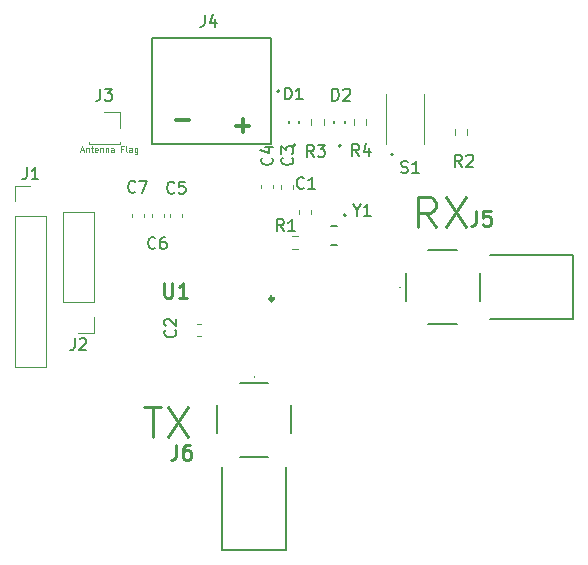
<source format=gbr>
%TF.GenerationSoftware,KiCad,Pcbnew,7.0.5*%
%TF.CreationDate,2023-11-05T09:22:57-05:00*%
%TF.ProjectId,radio,72616469-6f2e-46b6-9963-61645f706362,rev?*%
%TF.SameCoordinates,Original*%
%TF.FileFunction,Legend,Top*%
%TF.FilePolarity,Positive*%
%FSLAX46Y46*%
G04 Gerber Fmt 4.6, Leading zero omitted, Abs format (unit mm)*
G04 Created by KiCad (PCBNEW 7.0.5) date 2023-11-05 09:22:57*
%MOMM*%
%LPD*%
G01*
G04 APERTURE LIST*
%ADD10C,0.254000*%
%ADD11C,0.300000*%
%ADD12C,0.050800*%
%ADD13C,0.150000*%
%ADD14C,0.127000*%
%ADD15C,0.200000*%
%ADD16C,0.120000*%
%ADD17C,0.100000*%
%ADD18C,0.325000*%
G04 APERTURE END LIST*
D10*
X135319295Y-82479944D02*
X134472628Y-81270420D01*
X133867866Y-82479944D02*
X133867866Y-79939944D01*
X133867866Y-79939944D02*
X134835485Y-79939944D01*
X134835485Y-79939944D02*
X135077390Y-80060896D01*
X135077390Y-80060896D02*
X135198343Y-80181849D01*
X135198343Y-80181849D02*
X135319295Y-80423753D01*
X135319295Y-80423753D02*
X135319295Y-80786611D01*
X135319295Y-80786611D02*
X135198343Y-81028515D01*
X135198343Y-81028515D02*
X135077390Y-81149468D01*
X135077390Y-81149468D02*
X134835485Y-81270420D01*
X134835485Y-81270420D02*
X133867866Y-81270420D01*
X136165962Y-79939944D02*
X137859295Y-82479944D01*
X137859295Y-79939944D02*
X136165962Y-82479944D01*
X110645009Y-97719944D02*
X112096438Y-97719944D01*
X111370724Y-100259944D02*
X111370724Y-97719944D01*
X112701200Y-97719944D02*
X114394533Y-100259944D01*
X114394533Y-97719944D02*
X112701200Y-100259944D01*
D11*
X113330510Y-73397400D02*
X114473368Y-73397400D01*
D12*
X105286182Y-75990045D02*
X105528087Y-75990045D01*
X105237801Y-76135188D02*
X105407135Y-75627188D01*
X105407135Y-75627188D02*
X105576468Y-76135188D01*
X105745802Y-75796521D02*
X105745802Y-76135188D01*
X105745802Y-75844902D02*
X105769992Y-75820712D01*
X105769992Y-75820712D02*
X105818373Y-75796521D01*
X105818373Y-75796521D02*
X105890945Y-75796521D01*
X105890945Y-75796521D02*
X105939326Y-75820712D01*
X105939326Y-75820712D02*
X105963516Y-75869093D01*
X105963516Y-75869093D02*
X105963516Y-76135188D01*
X106132849Y-75796521D02*
X106326373Y-75796521D01*
X106205421Y-75627188D02*
X106205421Y-76062617D01*
X106205421Y-76062617D02*
X106229611Y-76110998D01*
X106229611Y-76110998D02*
X106277992Y-76135188D01*
X106277992Y-76135188D02*
X106326373Y-76135188D01*
X106689231Y-76110998D02*
X106640850Y-76135188D01*
X106640850Y-76135188D02*
X106544088Y-76135188D01*
X106544088Y-76135188D02*
X106495707Y-76110998D01*
X106495707Y-76110998D02*
X106471516Y-76062617D01*
X106471516Y-76062617D02*
X106471516Y-75869093D01*
X106471516Y-75869093D02*
X106495707Y-75820712D01*
X106495707Y-75820712D02*
X106544088Y-75796521D01*
X106544088Y-75796521D02*
X106640850Y-75796521D01*
X106640850Y-75796521D02*
X106689231Y-75820712D01*
X106689231Y-75820712D02*
X106713421Y-75869093D01*
X106713421Y-75869093D02*
X106713421Y-75917474D01*
X106713421Y-75917474D02*
X106471516Y-75965855D01*
X106931136Y-75796521D02*
X106931136Y-76135188D01*
X106931136Y-75844902D02*
X106955326Y-75820712D01*
X106955326Y-75820712D02*
X107003707Y-75796521D01*
X107003707Y-75796521D02*
X107076279Y-75796521D01*
X107076279Y-75796521D02*
X107124660Y-75820712D01*
X107124660Y-75820712D02*
X107148850Y-75869093D01*
X107148850Y-75869093D02*
X107148850Y-76135188D01*
X107390755Y-75796521D02*
X107390755Y-76135188D01*
X107390755Y-75844902D02*
X107414945Y-75820712D01*
X107414945Y-75820712D02*
X107463326Y-75796521D01*
X107463326Y-75796521D02*
X107535898Y-75796521D01*
X107535898Y-75796521D02*
X107584279Y-75820712D01*
X107584279Y-75820712D02*
X107608469Y-75869093D01*
X107608469Y-75869093D02*
X107608469Y-76135188D01*
X108068088Y-76135188D02*
X108068088Y-75869093D01*
X108068088Y-75869093D02*
X108043898Y-75820712D01*
X108043898Y-75820712D02*
X107995517Y-75796521D01*
X107995517Y-75796521D02*
X107898755Y-75796521D01*
X107898755Y-75796521D02*
X107850374Y-75820712D01*
X108068088Y-76110998D02*
X108019707Y-76135188D01*
X108019707Y-76135188D02*
X107898755Y-76135188D01*
X107898755Y-76135188D02*
X107850374Y-76110998D01*
X107850374Y-76110998D02*
X107826183Y-76062617D01*
X107826183Y-76062617D02*
X107826183Y-76014236D01*
X107826183Y-76014236D02*
X107850374Y-75965855D01*
X107850374Y-75965855D02*
X107898755Y-75941664D01*
X107898755Y-75941664D02*
X108019707Y-75941664D01*
X108019707Y-75941664D02*
X108068088Y-75917474D01*
X108866374Y-75869093D02*
X108697041Y-75869093D01*
X108697041Y-76135188D02*
X108697041Y-75627188D01*
X108697041Y-75627188D02*
X108938946Y-75627188D01*
X109205041Y-76135188D02*
X109156660Y-76110998D01*
X109156660Y-76110998D02*
X109132470Y-76062617D01*
X109132470Y-76062617D02*
X109132470Y-75627188D01*
X109616279Y-76135188D02*
X109616279Y-75869093D01*
X109616279Y-75869093D02*
X109592089Y-75820712D01*
X109592089Y-75820712D02*
X109543708Y-75796521D01*
X109543708Y-75796521D02*
X109446946Y-75796521D01*
X109446946Y-75796521D02*
X109398565Y-75820712D01*
X109616279Y-76110998D02*
X109567898Y-76135188D01*
X109567898Y-76135188D02*
X109446946Y-76135188D01*
X109446946Y-76135188D02*
X109398565Y-76110998D01*
X109398565Y-76110998D02*
X109374374Y-76062617D01*
X109374374Y-76062617D02*
X109374374Y-76014236D01*
X109374374Y-76014236D02*
X109398565Y-75965855D01*
X109398565Y-75965855D02*
X109446946Y-75941664D01*
X109446946Y-75941664D02*
X109567898Y-75941664D01*
X109567898Y-75941664D02*
X109616279Y-75917474D01*
X110075898Y-75796521D02*
X110075898Y-76207759D01*
X110075898Y-76207759D02*
X110051708Y-76256140D01*
X110051708Y-76256140D02*
X110027517Y-76280331D01*
X110027517Y-76280331D02*
X109979136Y-76304521D01*
X109979136Y-76304521D02*
X109906565Y-76304521D01*
X109906565Y-76304521D02*
X109858184Y-76280331D01*
X110075898Y-76110998D02*
X110027517Y-76135188D01*
X110027517Y-76135188D02*
X109930755Y-76135188D01*
X109930755Y-76135188D02*
X109882374Y-76110998D01*
X109882374Y-76110998D02*
X109858184Y-76086807D01*
X109858184Y-76086807D02*
X109833993Y-76038426D01*
X109833993Y-76038426D02*
X109833993Y-75893283D01*
X109833993Y-75893283D02*
X109858184Y-75844902D01*
X109858184Y-75844902D02*
X109882374Y-75820712D01*
X109882374Y-75820712D02*
X109930755Y-75796521D01*
X109930755Y-75796521D02*
X110027517Y-75796521D01*
X110027517Y-75796521D02*
X110075898Y-75820712D01*
D11*
X118410510Y-73905400D02*
X119553368Y-73905400D01*
X118981939Y-74476828D02*
X118981939Y-73333971D01*
D13*
%TO.C,D2*%
X126564577Y-71779953D02*
X126564577Y-70777071D01*
X126564577Y-70777071D02*
X126803358Y-70777071D01*
X126803358Y-70777071D02*
X126946627Y-70824827D01*
X126946627Y-70824827D02*
X127042140Y-70920340D01*
X127042140Y-70920340D02*
X127089896Y-71015852D01*
X127089896Y-71015852D02*
X127137652Y-71206877D01*
X127137652Y-71206877D02*
X127137652Y-71350146D01*
X127137652Y-71350146D02*
X127089896Y-71541171D01*
X127089896Y-71541171D02*
X127042140Y-71636684D01*
X127042140Y-71636684D02*
X126946627Y-71732197D01*
X126946627Y-71732197D02*
X126803358Y-71779953D01*
X126803358Y-71779953D02*
X126564577Y-71779953D01*
X127519703Y-70872583D02*
X127567459Y-70824827D01*
X127567459Y-70824827D02*
X127662972Y-70777071D01*
X127662972Y-70777071D02*
X127901753Y-70777071D01*
X127901753Y-70777071D02*
X127997266Y-70824827D01*
X127997266Y-70824827D02*
X128045022Y-70872583D01*
X128045022Y-70872583D02*
X128092778Y-70968096D01*
X128092778Y-70968096D02*
X128092778Y-71063609D01*
X128092778Y-71063609D02*
X128045022Y-71206877D01*
X128045022Y-71206877D02*
X127471946Y-71779953D01*
X127471946Y-71779953D02*
X128092778Y-71779953D01*
%TO.C,J2*%
X104746466Y-91904019D02*
X104746466Y-92618304D01*
X104746466Y-92618304D02*
X104698847Y-92761161D01*
X104698847Y-92761161D02*
X104603609Y-92856400D01*
X104603609Y-92856400D02*
X104460752Y-92904019D01*
X104460752Y-92904019D02*
X104365514Y-92904019D01*
X105175038Y-91999257D02*
X105222657Y-91951638D01*
X105222657Y-91951638D02*
X105317895Y-91904019D01*
X105317895Y-91904019D02*
X105555990Y-91904019D01*
X105555990Y-91904019D02*
X105651228Y-91951638D01*
X105651228Y-91951638D02*
X105698847Y-91999257D01*
X105698847Y-91999257D02*
X105746466Y-92094495D01*
X105746466Y-92094495D02*
X105746466Y-92189733D01*
X105746466Y-92189733D02*
X105698847Y-92332590D01*
X105698847Y-92332590D02*
X105127419Y-92904019D01*
X105127419Y-92904019D02*
X105746466Y-92904019D01*
%TO.C,J3*%
X106930866Y-70776619D02*
X106930866Y-71490904D01*
X106930866Y-71490904D02*
X106883247Y-71633761D01*
X106883247Y-71633761D02*
X106788009Y-71729000D01*
X106788009Y-71729000D02*
X106645152Y-71776619D01*
X106645152Y-71776619D02*
X106549914Y-71776619D01*
X107311819Y-70776619D02*
X107930866Y-70776619D01*
X107930866Y-70776619D02*
X107597533Y-71157571D01*
X107597533Y-71157571D02*
X107740390Y-71157571D01*
X107740390Y-71157571D02*
X107835628Y-71205190D01*
X107835628Y-71205190D02*
X107883247Y-71252809D01*
X107883247Y-71252809D02*
X107930866Y-71348047D01*
X107930866Y-71348047D02*
X107930866Y-71586142D01*
X107930866Y-71586142D02*
X107883247Y-71681380D01*
X107883247Y-71681380D02*
X107835628Y-71729000D01*
X107835628Y-71729000D02*
X107740390Y-71776619D01*
X107740390Y-71776619D02*
X107454676Y-71776619D01*
X107454676Y-71776619D02*
X107359438Y-71729000D01*
X107359438Y-71729000D02*
X107311819Y-71681380D01*
%TO.C,R3*%
X125004533Y-76528419D02*
X124671200Y-76052228D01*
X124433105Y-76528419D02*
X124433105Y-75528419D01*
X124433105Y-75528419D02*
X124814057Y-75528419D01*
X124814057Y-75528419D02*
X124909295Y-75576038D01*
X124909295Y-75576038D02*
X124956914Y-75623657D01*
X124956914Y-75623657D02*
X125004533Y-75718895D01*
X125004533Y-75718895D02*
X125004533Y-75861752D01*
X125004533Y-75861752D02*
X124956914Y-75956990D01*
X124956914Y-75956990D02*
X124909295Y-76004609D01*
X124909295Y-76004609D02*
X124814057Y-76052228D01*
X124814057Y-76052228D02*
X124433105Y-76052228D01*
X125337867Y-75528419D02*
X125956914Y-75528419D01*
X125956914Y-75528419D02*
X125623581Y-75909371D01*
X125623581Y-75909371D02*
X125766438Y-75909371D01*
X125766438Y-75909371D02*
X125861676Y-75956990D01*
X125861676Y-75956990D02*
X125909295Y-76004609D01*
X125909295Y-76004609D02*
X125956914Y-76099847D01*
X125956914Y-76099847D02*
X125956914Y-76337942D01*
X125956914Y-76337942D02*
X125909295Y-76433180D01*
X125909295Y-76433180D02*
X125861676Y-76480800D01*
X125861676Y-76480800D02*
X125766438Y-76528419D01*
X125766438Y-76528419D02*
X125480724Y-76528419D01*
X125480724Y-76528419D02*
X125385486Y-76480800D01*
X125385486Y-76480800D02*
X125337867Y-76433180D01*
%TO.C,R2*%
X137552133Y-77367119D02*
X137218800Y-76890928D01*
X136980705Y-77367119D02*
X136980705Y-76367119D01*
X136980705Y-76367119D02*
X137361657Y-76367119D01*
X137361657Y-76367119D02*
X137456895Y-76414738D01*
X137456895Y-76414738D02*
X137504514Y-76462357D01*
X137504514Y-76462357D02*
X137552133Y-76557595D01*
X137552133Y-76557595D02*
X137552133Y-76700452D01*
X137552133Y-76700452D02*
X137504514Y-76795690D01*
X137504514Y-76795690D02*
X137456895Y-76843309D01*
X137456895Y-76843309D02*
X137361657Y-76890928D01*
X137361657Y-76890928D02*
X136980705Y-76890928D01*
X137933086Y-76462357D02*
X137980705Y-76414738D01*
X137980705Y-76414738D02*
X138075943Y-76367119D01*
X138075943Y-76367119D02*
X138314038Y-76367119D01*
X138314038Y-76367119D02*
X138409276Y-76414738D01*
X138409276Y-76414738D02*
X138456895Y-76462357D01*
X138456895Y-76462357D02*
X138504514Y-76557595D01*
X138504514Y-76557595D02*
X138504514Y-76652833D01*
X138504514Y-76652833D02*
X138456895Y-76795690D01*
X138456895Y-76795690D02*
X137885467Y-77367119D01*
X137885467Y-77367119D02*
X138504514Y-77367119D01*
%TO.C,C7*%
X109891533Y-79480580D02*
X109843914Y-79528200D01*
X109843914Y-79528200D02*
X109701057Y-79575819D01*
X109701057Y-79575819D02*
X109605819Y-79575819D01*
X109605819Y-79575819D02*
X109462962Y-79528200D01*
X109462962Y-79528200D02*
X109367724Y-79432961D01*
X109367724Y-79432961D02*
X109320105Y-79337723D01*
X109320105Y-79337723D02*
X109272486Y-79147247D01*
X109272486Y-79147247D02*
X109272486Y-79004390D01*
X109272486Y-79004390D02*
X109320105Y-78813914D01*
X109320105Y-78813914D02*
X109367724Y-78718676D01*
X109367724Y-78718676D02*
X109462962Y-78623438D01*
X109462962Y-78623438D02*
X109605819Y-78575819D01*
X109605819Y-78575819D02*
X109701057Y-78575819D01*
X109701057Y-78575819D02*
X109843914Y-78623438D01*
X109843914Y-78623438D02*
X109891533Y-78671057D01*
X110224867Y-78575819D02*
X110891533Y-78575819D01*
X110891533Y-78575819D02*
X110462962Y-79575819D01*
D10*
%TO.C,J6*%
X113368667Y-100904318D02*
X113368667Y-101811461D01*
X113368667Y-101811461D02*
X113308190Y-101992889D01*
X113308190Y-101992889D02*
X113187238Y-102113842D01*
X113187238Y-102113842D02*
X113005809Y-102174318D01*
X113005809Y-102174318D02*
X112884857Y-102174318D01*
X114517714Y-100904318D02*
X114275809Y-100904318D01*
X114275809Y-100904318D02*
X114154857Y-100964794D01*
X114154857Y-100964794D02*
X114094381Y-101025270D01*
X114094381Y-101025270D02*
X113973428Y-101206699D01*
X113973428Y-101206699D02*
X113912952Y-101448603D01*
X113912952Y-101448603D02*
X113912952Y-101932413D01*
X113912952Y-101932413D02*
X113973428Y-102053365D01*
X113973428Y-102053365D02*
X114033905Y-102113842D01*
X114033905Y-102113842D02*
X114154857Y-102174318D01*
X114154857Y-102174318D02*
X114396762Y-102174318D01*
X114396762Y-102174318D02*
X114517714Y-102113842D01*
X114517714Y-102113842D02*
X114578190Y-102053365D01*
X114578190Y-102053365D02*
X114638667Y-101932413D01*
X114638667Y-101932413D02*
X114638667Y-101630032D01*
X114638667Y-101630032D02*
X114578190Y-101509080D01*
X114578190Y-101509080D02*
X114517714Y-101448603D01*
X114517714Y-101448603D02*
X114396762Y-101388127D01*
X114396762Y-101388127D02*
X114154857Y-101388127D01*
X114154857Y-101388127D02*
X114033905Y-101448603D01*
X114033905Y-101448603D02*
X113973428Y-101509080D01*
X113973428Y-101509080D02*
X113912952Y-101630032D01*
D13*
%TO.C,C5*%
X113193533Y-79556780D02*
X113145914Y-79604400D01*
X113145914Y-79604400D02*
X113003057Y-79652019D01*
X113003057Y-79652019D02*
X112907819Y-79652019D01*
X112907819Y-79652019D02*
X112764962Y-79604400D01*
X112764962Y-79604400D02*
X112669724Y-79509161D01*
X112669724Y-79509161D02*
X112622105Y-79413923D01*
X112622105Y-79413923D02*
X112574486Y-79223447D01*
X112574486Y-79223447D02*
X112574486Y-79080590D01*
X112574486Y-79080590D02*
X112622105Y-78890114D01*
X112622105Y-78890114D02*
X112669724Y-78794876D01*
X112669724Y-78794876D02*
X112764962Y-78699638D01*
X112764962Y-78699638D02*
X112907819Y-78652019D01*
X112907819Y-78652019D02*
X113003057Y-78652019D01*
X113003057Y-78652019D02*
X113145914Y-78699638D01*
X113145914Y-78699638D02*
X113193533Y-78747257D01*
X114098295Y-78652019D02*
X113622105Y-78652019D01*
X113622105Y-78652019D02*
X113574486Y-79128209D01*
X113574486Y-79128209D02*
X113622105Y-79080590D01*
X113622105Y-79080590D02*
X113717343Y-79032971D01*
X113717343Y-79032971D02*
X113955438Y-79032971D01*
X113955438Y-79032971D02*
X114050676Y-79080590D01*
X114050676Y-79080590D02*
X114098295Y-79128209D01*
X114098295Y-79128209D02*
X114145914Y-79223447D01*
X114145914Y-79223447D02*
X114145914Y-79461542D01*
X114145914Y-79461542D02*
X114098295Y-79556780D01*
X114098295Y-79556780D02*
X114050676Y-79604400D01*
X114050676Y-79604400D02*
X113955438Y-79652019D01*
X113955438Y-79652019D02*
X113717343Y-79652019D01*
X113717343Y-79652019D02*
X113622105Y-79604400D01*
X113622105Y-79604400D02*
X113574486Y-79556780D01*
%TO.C,S1*%
X132410295Y-77852900D02*
X132553152Y-77900519D01*
X132553152Y-77900519D02*
X132791247Y-77900519D01*
X132791247Y-77900519D02*
X132886485Y-77852900D01*
X132886485Y-77852900D02*
X132934104Y-77805280D01*
X132934104Y-77805280D02*
X132981723Y-77710042D01*
X132981723Y-77710042D02*
X132981723Y-77614804D01*
X132981723Y-77614804D02*
X132934104Y-77519566D01*
X132934104Y-77519566D02*
X132886485Y-77471947D01*
X132886485Y-77471947D02*
X132791247Y-77424328D01*
X132791247Y-77424328D02*
X132600771Y-77376709D01*
X132600771Y-77376709D02*
X132505533Y-77329090D01*
X132505533Y-77329090D02*
X132457914Y-77281471D01*
X132457914Y-77281471D02*
X132410295Y-77186233D01*
X132410295Y-77186233D02*
X132410295Y-77090995D01*
X132410295Y-77090995D02*
X132457914Y-76995757D01*
X132457914Y-76995757D02*
X132505533Y-76948138D01*
X132505533Y-76948138D02*
X132600771Y-76900519D01*
X132600771Y-76900519D02*
X132838866Y-76900519D01*
X132838866Y-76900519D02*
X132981723Y-76948138D01*
X133934104Y-77900519D02*
X133362676Y-77900519D01*
X133648390Y-77900519D02*
X133648390Y-76900519D01*
X133648390Y-76900519D02*
X133553152Y-77043376D01*
X133553152Y-77043376D02*
X133457914Y-77138614D01*
X133457914Y-77138614D02*
X133362676Y-77186233D01*
%TO.C,Y1*%
X128632009Y-81054328D02*
X128632009Y-81530519D01*
X128298676Y-80530519D02*
X128632009Y-81054328D01*
X128632009Y-81054328D02*
X128965342Y-80530519D01*
X129822485Y-81530519D02*
X129251057Y-81530519D01*
X129536771Y-81530519D02*
X129536771Y-80530519D01*
X129536771Y-80530519D02*
X129441533Y-80673376D01*
X129441533Y-80673376D02*
X129346295Y-80768614D01*
X129346295Y-80768614D02*
X129251057Y-80816233D01*
%TO.C,D1*%
X122551377Y-71678353D02*
X122551377Y-70675471D01*
X122551377Y-70675471D02*
X122790158Y-70675471D01*
X122790158Y-70675471D02*
X122933427Y-70723227D01*
X122933427Y-70723227D02*
X123028940Y-70818740D01*
X123028940Y-70818740D02*
X123076696Y-70914252D01*
X123076696Y-70914252D02*
X123124452Y-71105277D01*
X123124452Y-71105277D02*
X123124452Y-71248546D01*
X123124452Y-71248546D02*
X123076696Y-71439571D01*
X123076696Y-71439571D02*
X123028940Y-71535084D01*
X123028940Y-71535084D02*
X122933427Y-71630597D01*
X122933427Y-71630597D02*
X122790158Y-71678353D01*
X122790158Y-71678353D02*
X122551377Y-71678353D01*
X124079578Y-71678353D02*
X123506503Y-71678353D01*
X123793040Y-71678353D02*
X123793040Y-70675471D01*
X123793040Y-70675471D02*
X123697528Y-70818740D01*
X123697528Y-70818740D02*
X123602015Y-70914252D01*
X123602015Y-70914252D02*
X123506503Y-70962009D01*
%TO.C,R1*%
X122464533Y-82825919D02*
X122131200Y-82349728D01*
X121893105Y-82825919D02*
X121893105Y-81825919D01*
X121893105Y-81825919D02*
X122274057Y-81825919D01*
X122274057Y-81825919D02*
X122369295Y-81873538D01*
X122369295Y-81873538D02*
X122416914Y-81921157D01*
X122416914Y-81921157D02*
X122464533Y-82016395D01*
X122464533Y-82016395D02*
X122464533Y-82159252D01*
X122464533Y-82159252D02*
X122416914Y-82254490D01*
X122416914Y-82254490D02*
X122369295Y-82302109D01*
X122369295Y-82302109D02*
X122274057Y-82349728D01*
X122274057Y-82349728D02*
X121893105Y-82349728D01*
X123416914Y-82825919D02*
X122845486Y-82825919D01*
X123131200Y-82825919D02*
X123131200Y-81825919D01*
X123131200Y-81825919D02*
X123035962Y-81968776D01*
X123035962Y-81968776D02*
X122940724Y-82064014D01*
X122940724Y-82064014D02*
X122845486Y-82111633D01*
%TO.C,C6*%
X111593333Y-84230380D02*
X111545714Y-84278000D01*
X111545714Y-84278000D02*
X111402857Y-84325619D01*
X111402857Y-84325619D02*
X111307619Y-84325619D01*
X111307619Y-84325619D02*
X111164762Y-84278000D01*
X111164762Y-84278000D02*
X111069524Y-84182761D01*
X111069524Y-84182761D02*
X111021905Y-84087523D01*
X111021905Y-84087523D02*
X110974286Y-83897047D01*
X110974286Y-83897047D02*
X110974286Y-83754190D01*
X110974286Y-83754190D02*
X111021905Y-83563714D01*
X111021905Y-83563714D02*
X111069524Y-83468476D01*
X111069524Y-83468476D02*
X111164762Y-83373238D01*
X111164762Y-83373238D02*
X111307619Y-83325619D01*
X111307619Y-83325619D02*
X111402857Y-83325619D01*
X111402857Y-83325619D02*
X111545714Y-83373238D01*
X111545714Y-83373238D02*
X111593333Y-83420857D01*
X112450476Y-83325619D02*
X112260000Y-83325619D01*
X112260000Y-83325619D02*
X112164762Y-83373238D01*
X112164762Y-83373238D02*
X112117143Y-83420857D01*
X112117143Y-83420857D02*
X112021905Y-83563714D01*
X112021905Y-83563714D02*
X111974286Y-83754190D01*
X111974286Y-83754190D02*
X111974286Y-84135142D01*
X111974286Y-84135142D02*
X112021905Y-84230380D01*
X112021905Y-84230380D02*
X112069524Y-84278000D01*
X112069524Y-84278000D02*
X112164762Y-84325619D01*
X112164762Y-84325619D02*
X112355238Y-84325619D01*
X112355238Y-84325619D02*
X112450476Y-84278000D01*
X112450476Y-84278000D02*
X112498095Y-84230380D01*
X112498095Y-84230380D02*
X112545714Y-84135142D01*
X112545714Y-84135142D02*
X112545714Y-83897047D01*
X112545714Y-83897047D02*
X112498095Y-83801809D01*
X112498095Y-83801809D02*
X112450476Y-83754190D01*
X112450476Y-83754190D02*
X112355238Y-83706571D01*
X112355238Y-83706571D02*
X112164762Y-83706571D01*
X112164762Y-83706571D02*
X112069524Y-83754190D01*
X112069524Y-83754190D02*
X112021905Y-83801809D01*
X112021905Y-83801809D02*
X111974286Y-83897047D01*
D10*
%TO.C,J5*%
X138768667Y-81092318D02*
X138768667Y-81999461D01*
X138768667Y-81999461D02*
X138708190Y-82180889D01*
X138708190Y-82180889D02*
X138587238Y-82301842D01*
X138587238Y-82301842D02*
X138405809Y-82362318D01*
X138405809Y-82362318D02*
X138284857Y-82362318D01*
X139978190Y-81092318D02*
X139373428Y-81092318D01*
X139373428Y-81092318D02*
X139312952Y-81697080D01*
X139312952Y-81697080D02*
X139373428Y-81636603D01*
X139373428Y-81636603D02*
X139494381Y-81576127D01*
X139494381Y-81576127D02*
X139796762Y-81576127D01*
X139796762Y-81576127D02*
X139917714Y-81636603D01*
X139917714Y-81636603D02*
X139978190Y-81697080D01*
X139978190Y-81697080D02*
X140038667Y-81818032D01*
X140038667Y-81818032D02*
X140038667Y-82120413D01*
X140038667Y-82120413D02*
X139978190Y-82241365D01*
X139978190Y-82241365D02*
X139917714Y-82301842D01*
X139917714Y-82301842D02*
X139796762Y-82362318D01*
X139796762Y-82362318D02*
X139494381Y-82362318D01*
X139494381Y-82362318D02*
X139373428Y-82301842D01*
X139373428Y-82301842D02*
X139312952Y-82241365D01*
D13*
%TO.C,C2*%
X113262580Y-91200266D02*
X113310200Y-91247885D01*
X113310200Y-91247885D02*
X113357819Y-91390742D01*
X113357819Y-91390742D02*
X113357819Y-91485980D01*
X113357819Y-91485980D02*
X113310200Y-91628837D01*
X113310200Y-91628837D02*
X113214961Y-91724075D01*
X113214961Y-91724075D02*
X113119723Y-91771694D01*
X113119723Y-91771694D02*
X112929247Y-91819313D01*
X112929247Y-91819313D02*
X112786390Y-91819313D01*
X112786390Y-91819313D02*
X112595914Y-91771694D01*
X112595914Y-91771694D02*
X112500676Y-91724075D01*
X112500676Y-91724075D02*
X112405438Y-91628837D01*
X112405438Y-91628837D02*
X112357819Y-91485980D01*
X112357819Y-91485980D02*
X112357819Y-91390742D01*
X112357819Y-91390742D02*
X112405438Y-91247885D01*
X112405438Y-91247885D02*
X112453057Y-91200266D01*
X112453057Y-90819313D02*
X112405438Y-90771694D01*
X112405438Y-90771694D02*
X112357819Y-90676456D01*
X112357819Y-90676456D02*
X112357819Y-90438361D01*
X112357819Y-90438361D02*
X112405438Y-90343123D01*
X112405438Y-90343123D02*
X112453057Y-90295504D01*
X112453057Y-90295504D02*
X112548295Y-90247885D01*
X112548295Y-90247885D02*
X112643533Y-90247885D01*
X112643533Y-90247885D02*
X112786390Y-90295504D01*
X112786390Y-90295504D02*
X113357819Y-90866932D01*
X113357819Y-90866932D02*
X113357819Y-90247885D01*
%TO.C,C1*%
X124166333Y-79149280D02*
X124118714Y-79196900D01*
X124118714Y-79196900D02*
X123975857Y-79244519D01*
X123975857Y-79244519D02*
X123880619Y-79244519D01*
X123880619Y-79244519D02*
X123737762Y-79196900D01*
X123737762Y-79196900D02*
X123642524Y-79101661D01*
X123642524Y-79101661D02*
X123594905Y-79006423D01*
X123594905Y-79006423D02*
X123547286Y-78815947D01*
X123547286Y-78815947D02*
X123547286Y-78673090D01*
X123547286Y-78673090D02*
X123594905Y-78482614D01*
X123594905Y-78482614D02*
X123642524Y-78387376D01*
X123642524Y-78387376D02*
X123737762Y-78292138D01*
X123737762Y-78292138D02*
X123880619Y-78244519D01*
X123880619Y-78244519D02*
X123975857Y-78244519D01*
X123975857Y-78244519D02*
X124118714Y-78292138D01*
X124118714Y-78292138D02*
X124166333Y-78339757D01*
X125118714Y-79244519D02*
X124547286Y-79244519D01*
X124833000Y-79244519D02*
X124833000Y-78244519D01*
X124833000Y-78244519D02*
X124737762Y-78387376D01*
X124737762Y-78387376D02*
X124642524Y-78482614D01*
X124642524Y-78482614D02*
X124547286Y-78530233D01*
D10*
%TO.C,U1*%
X112316380Y-87188318D02*
X112316380Y-88216413D01*
X112316380Y-88216413D02*
X112376857Y-88337365D01*
X112376857Y-88337365D02*
X112437333Y-88397842D01*
X112437333Y-88397842D02*
X112558285Y-88458318D01*
X112558285Y-88458318D02*
X112800190Y-88458318D01*
X112800190Y-88458318D02*
X112921142Y-88397842D01*
X112921142Y-88397842D02*
X112981619Y-88337365D01*
X112981619Y-88337365D02*
X113042095Y-88216413D01*
X113042095Y-88216413D02*
X113042095Y-87188318D01*
X114312095Y-88458318D02*
X113586380Y-88458318D01*
X113949237Y-88458318D02*
X113949237Y-87188318D01*
X113949237Y-87188318D02*
X113828285Y-87369746D01*
X113828285Y-87369746D02*
X113707333Y-87490699D01*
X113707333Y-87490699D02*
X113586380Y-87551175D01*
D13*
%TO.C,C3*%
X123168580Y-76595266D02*
X123216200Y-76642885D01*
X123216200Y-76642885D02*
X123263819Y-76785742D01*
X123263819Y-76785742D02*
X123263819Y-76880980D01*
X123263819Y-76880980D02*
X123216200Y-77023837D01*
X123216200Y-77023837D02*
X123120961Y-77119075D01*
X123120961Y-77119075D02*
X123025723Y-77166694D01*
X123025723Y-77166694D02*
X122835247Y-77214313D01*
X122835247Y-77214313D02*
X122692390Y-77214313D01*
X122692390Y-77214313D02*
X122501914Y-77166694D01*
X122501914Y-77166694D02*
X122406676Y-77119075D01*
X122406676Y-77119075D02*
X122311438Y-77023837D01*
X122311438Y-77023837D02*
X122263819Y-76880980D01*
X122263819Y-76880980D02*
X122263819Y-76785742D01*
X122263819Y-76785742D02*
X122311438Y-76642885D01*
X122311438Y-76642885D02*
X122359057Y-76595266D01*
X122263819Y-76261932D02*
X122263819Y-75642885D01*
X122263819Y-75642885D02*
X122644771Y-75976218D01*
X122644771Y-75976218D02*
X122644771Y-75833361D01*
X122644771Y-75833361D02*
X122692390Y-75738123D01*
X122692390Y-75738123D02*
X122740009Y-75690504D01*
X122740009Y-75690504D02*
X122835247Y-75642885D01*
X122835247Y-75642885D02*
X123073342Y-75642885D01*
X123073342Y-75642885D02*
X123168580Y-75690504D01*
X123168580Y-75690504D02*
X123216200Y-75738123D01*
X123216200Y-75738123D02*
X123263819Y-75833361D01*
X123263819Y-75833361D02*
X123263819Y-76119075D01*
X123263819Y-76119075D02*
X123216200Y-76214313D01*
X123216200Y-76214313D02*
X123168580Y-76261932D01*
%TO.C,C4*%
X121441380Y-76595266D02*
X121489000Y-76642885D01*
X121489000Y-76642885D02*
X121536619Y-76785742D01*
X121536619Y-76785742D02*
X121536619Y-76880980D01*
X121536619Y-76880980D02*
X121489000Y-77023837D01*
X121489000Y-77023837D02*
X121393761Y-77119075D01*
X121393761Y-77119075D02*
X121298523Y-77166694D01*
X121298523Y-77166694D02*
X121108047Y-77214313D01*
X121108047Y-77214313D02*
X120965190Y-77214313D01*
X120965190Y-77214313D02*
X120774714Y-77166694D01*
X120774714Y-77166694D02*
X120679476Y-77119075D01*
X120679476Y-77119075D02*
X120584238Y-77023837D01*
X120584238Y-77023837D02*
X120536619Y-76880980D01*
X120536619Y-76880980D02*
X120536619Y-76785742D01*
X120536619Y-76785742D02*
X120584238Y-76642885D01*
X120584238Y-76642885D02*
X120631857Y-76595266D01*
X120869952Y-75738123D02*
X121536619Y-75738123D01*
X120489000Y-75976218D02*
X121203285Y-76214313D01*
X121203285Y-76214313D02*
X121203285Y-75595266D01*
%TO.C,J1*%
X100682466Y-77439619D02*
X100682466Y-78153904D01*
X100682466Y-78153904D02*
X100634847Y-78296761D01*
X100634847Y-78296761D02*
X100539609Y-78392000D01*
X100539609Y-78392000D02*
X100396752Y-78439619D01*
X100396752Y-78439619D02*
X100301514Y-78439619D01*
X101682466Y-78439619D02*
X101111038Y-78439619D01*
X101396752Y-78439619D02*
X101396752Y-77439619D01*
X101396752Y-77439619D02*
X101301514Y-77582476D01*
X101301514Y-77582476D02*
X101206276Y-77677714D01*
X101206276Y-77677714D02*
X101111038Y-77725333D01*
%TO.C,J4*%
X115770066Y-64529619D02*
X115770066Y-65243904D01*
X115770066Y-65243904D02*
X115722447Y-65386761D01*
X115722447Y-65386761D02*
X115627209Y-65482000D01*
X115627209Y-65482000D02*
X115484352Y-65529619D01*
X115484352Y-65529619D02*
X115389114Y-65529619D01*
X116674828Y-64862952D02*
X116674828Y-65529619D01*
X116436733Y-64482000D02*
X116198638Y-65196285D01*
X116198638Y-65196285D02*
X116817685Y-65196285D01*
%TO.C,R4*%
X128839933Y-76452219D02*
X128506600Y-75976028D01*
X128268505Y-76452219D02*
X128268505Y-75452219D01*
X128268505Y-75452219D02*
X128649457Y-75452219D01*
X128649457Y-75452219D02*
X128744695Y-75499838D01*
X128744695Y-75499838D02*
X128792314Y-75547457D01*
X128792314Y-75547457D02*
X128839933Y-75642695D01*
X128839933Y-75642695D02*
X128839933Y-75785552D01*
X128839933Y-75785552D02*
X128792314Y-75880790D01*
X128792314Y-75880790D02*
X128744695Y-75928409D01*
X128744695Y-75928409D02*
X128649457Y-75976028D01*
X128649457Y-75976028D02*
X128268505Y-75976028D01*
X129697076Y-75785552D02*
X129697076Y-76452219D01*
X129458981Y-75404600D02*
X129220886Y-76118885D01*
X129220886Y-76118885D02*
X129839933Y-76118885D01*
D14*
%TO.C,D2*%
X126753200Y-73669400D02*
X126753200Y-73499400D01*
X127653200Y-73499400D02*
X127653200Y-73669400D01*
D15*
X127303200Y-75584400D02*
G75*
G03*
X127303200Y-75584400I-100000J0D01*
G01*
D16*
%TO.C,J2*%
X106409800Y-91449200D02*
X105079800Y-91449200D01*
X106409800Y-90119200D02*
X106409800Y-91449200D01*
X106409800Y-88849200D02*
X106409800Y-81169200D01*
X106409800Y-88849200D02*
X103749800Y-88849200D01*
X106409800Y-81169200D02*
X103749800Y-81169200D01*
X103749800Y-88849200D02*
X103749800Y-81169200D01*
%TO.C,J3*%
X105934200Y-75301800D02*
X105934200Y-75421800D01*
X105934200Y-75421800D02*
X108594200Y-75421800D01*
X107264200Y-72761800D02*
X108594200Y-72761800D01*
X108594200Y-72761800D02*
X108594200Y-74091800D01*
X108594200Y-75301800D02*
X108594200Y-75421800D01*
%TO.C,R3*%
X125846100Y-73329676D02*
X125846100Y-73839124D01*
X124801100Y-73329676D02*
X124801100Y-73839124D01*
%TO.C,R2*%
X136942300Y-74652424D02*
X136942300Y-74142976D01*
X137987300Y-74652424D02*
X137987300Y-74142976D01*
%TO.C,C7*%
X109649800Y-81654867D02*
X109649800Y-81362333D01*
X110669800Y-81654867D02*
X110669800Y-81362333D01*
D17*
%TO.C,J6*%
X119964200Y-95106000D02*
X119964200Y-95106000D01*
X119964200Y-95206000D02*
X119964200Y-95206000D01*
D15*
X118764200Y-95656000D02*
X121164200Y-95656000D01*
X123114200Y-97556000D02*
X123114200Y-99956000D01*
X116814200Y-99956000D02*
X116814200Y-97556000D01*
X121164200Y-101956000D02*
X118764200Y-101956000D01*
X122689200Y-102756000D02*
X122689200Y-109856000D01*
X122689200Y-109856000D02*
X117239200Y-109856000D01*
X117239200Y-109856000D02*
X117239200Y-102756000D01*
D17*
X119964200Y-95206000D02*
G75*
G03*
X119964200Y-95106000I0J50000D01*
G01*
X119964200Y-95106000D02*
G75*
G03*
X119964200Y-95206000I0J-50000D01*
G01*
D16*
%TO.C,C5*%
X112850200Y-81654867D02*
X112850200Y-81362333D01*
X113870200Y-81654867D02*
X113870200Y-81362333D01*
D17*
%TO.C,S1*%
X131140400Y-75430900D02*
X131140400Y-71255900D01*
X134340400Y-75430900D02*
X134340400Y-71255900D01*
D15*
X131740400Y-76330900D02*
G75*
G03*
X131540400Y-76330900I-100000J0D01*
G01*
X131540400Y-76330900D02*
G75*
G03*
X131740400Y-76330900I100000J0D01*
G01*
D14*
%TO.C,Y1*%
X126440600Y-82383900D02*
X127000600Y-82383900D01*
X126440600Y-83983900D02*
X127000600Y-83983900D01*
D15*
X127720600Y-81483900D02*
G75*
G03*
X127720600Y-81483900I-100000J0D01*
G01*
D14*
%TO.C,D1*%
X122892400Y-73644000D02*
X122892400Y-73474000D01*
X123792400Y-73474000D02*
X123792400Y-73644000D01*
D15*
X123442400Y-75559000D02*
G75*
G03*
X123442400Y-75559000I-100000J0D01*
G01*
D16*
%TO.C,R1*%
X123647924Y-84316000D02*
X123138476Y-84316000D01*
X123647924Y-83271000D02*
X123138476Y-83271000D01*
%TO.C,C6*%
X111275400Y-81654867D02*
X111275400Y-81362333D01*
X112295400Y-81654867D02*
X112295400Y-81362333D01*
D17*
%TO.C,J5*%
X132240800Y-87579200D02*
X132240800Y-87579200D01*
X132340800Y-87579200D02*
X132340800Y-87579200D01*
D15*
X132790800Y-88779200D02*
X132790800Y-86379200D01*
X134690800Y-84429200D02*
X137090800Y-84429200D01*
X137090800Y-90729200D02*
X134690800Y-90729200D01*
X139090800Y-86379200D02*
X139090800Y-88779200D01*
X139890800Y-84854200D02*
X146990800Y-84854200D01*
X146990800Y-84854200D02*
X146990800Y-90304200D01*
X146990800Y-90304200D02*
X139890800Y-90304200D01*
D17*
X132340800Y-87579200D02*
G75*
G03*
X132240800Y-87579200I-50000J0D01*
G01*
X132240800Y-87579200D02*
G75*
G03*
X132340800Y-87579200I50000J0D01*
G01*
D16*
%TO.C,C2*%
X115436867Y-91670600D02*
X115144333Y-91670600D01*
X115436867Y-90650600D02*
X115144333Y-90650600D01*
%TO.C,C1*%
X123772200Y-81348967D02*
X123772200Y-81056433D01*
X124792200Y-81348967D02*
X124792200Y-81056433D01*
D18*
%TO.C,U1*%
X121596800Y-88548400D02*
G75*
G03*
X121596800Y-88548400I-162500J0D01*
G01*
D16*
%TO.C,C3*%
X122248200Y-79241867D02*
X122248200Y-78949333D01*
X123268200Y-79241867D02*
X123268200Y-78949333D01*
%TO.C,C4*%
X120571800Y-79216467D02*
X120571800Y-78923933D01*
X121591800Y-79216467D02*
X121591800Y-78923933D01*
%TO.C,J1*%
X99685800Y-78984800D02*
X101015800Y-78984800D01*
X99685800Y-80314800D02*
X99685800Y-78984800D01*
X99685800Y-81584800D02*
X99685800Y-94344800D01*
X99685800Y-81584800D02*
X102345800Y-81584800D01*
X99685800Y-94344800D02*
X102345800Y-94344800D01*
X102345800Y-81584800D02*
X102345800Y-94344800D01*
D14*
%TO.C,J4*%
X111349300Y-75493000D02*
X111349300Y-66493000D01*
X121349300Y-66493000D02*
X111349300Y-66493000D01*
X121349300Y-66493000D02*
X121349300Y-75493000D01*
X121349300Y-75493000D02*
X111349300Y-75493000D01*
D15*
X122099300Y-70993000D02*
G75*
G03*
X122099300Y-70993000I-100000J0D01*
G01*
D16*
%TO.C,R4*%
X129452900Y-73355076D02*
X129452900Y-73864524D01*
X128407900Y-73355076D02*
X128407900Y-73864524D01*
%TD*%
M02*

</source>
